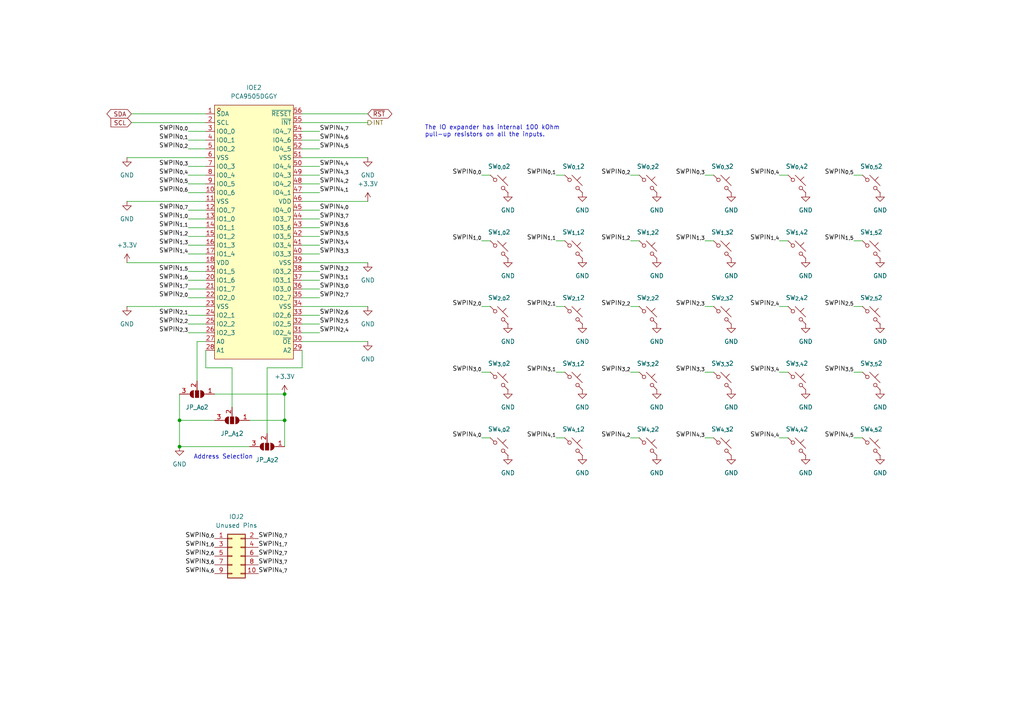
<source format=kicad_sch>
(kicad_sch (version 20250114) (generator "eeschema") (generator_version "9.0")
  (paper "A4")
  (title_block (title "Switches Right Half") (company "Jakub Hlusička"))
  (lib_symbols
    (symbol "Connector_Generic:Conn_02x05_Odd_Even" (pin_names (offset 1.016) (hide yes))
      (property "Reference" "J" (at 1.27 7.62 0))
      (property "Value" "Conn_02x05_Odd_Even" (at 1.27 -7.62 0))
      (symbol "Conn_02x05_Odd_Even_1_1"
        (rectangle (start -1.27 6.35) (end 3.81 -6.35) (stroke (width 0.254)) (fill (type background)))
        (rectangle (start -1.27 5.207) (end 0 4.953) (stroke (width 0.1524)))
        (rectangle (start -1.27 2.667) (end 0 2.413) (stroke (width 0.1524)))
        (rectangle (start -1.27 0.127) (end 0 -0.127) (stroke (width 0.1524)))
        (rectangle (start -1.27 -2.413) (end 0 -2.667) (stroke (width 0.1524)))
        (rectangle (start -1.27 -4.953) (end 0 -5.207) (stroke (width 0.1524)))
        (rectangle (start 3.81 5.207) (end 2.54 4.953) (stroke (width 0.1524)))
        (rectangle (start 3.81 2.667) (end 2.54 2.413) (stroke (width 0.1524)))
        (rectangle (start 3.81 0.127) (end 2.54 -0.127) (stroke (width 0.1524)))
        (rectangle (start 3.81 -2.413) (end 2.54 -2.667) (stroke (width 0.1524)))
        (rectangle (start 3.81 -4.953) (end 2.54 -5.207) (stroke (width 0.1524)))
        (pin passive line (at -5.08 5.08 0) (length 3.81) (name "Pin_1") (number "1"))
        (pin passive line (at -5.08 2.54 0) (length 3.81) (name "Pin_3") (number "3"))
        (pin passive line (at -5.08 0 0) (length 3.81) (name "Pin_5") (number "5"))
        (pin passive line (at -5.08 -2.54 0) (length 3.81) (name "Pin_7") (number "7"))
        (pin passive line (at -5.08 -5.08 0) (length 3.81) (name "Pin_9") (number "9"))
        (pin passive line (at 7.62 5.08 180) (length 3.81) (name "Pin_2") (number "2"))
        (pin passive line (at 7.62 2.54 180) (length 3.81) (name "Pin_4") (number "4"))
        (pin passive line (at 7.62 0 180) (length 3.81) (name "Pin_6") (number "6"))
        (pin passive line (at 7.62 -2.54 180) (length 3.81) (name "Pin_8") (number "8"))
        (pin passive line (at 7.62 -5.08 180) (length 3.81) (name "Pin_10") (number "10"))
      )
    )
    (symbol "Jumper:SolderJumper_3_Open" (pin_names (offset 0) (hide yes)) (in_bom no)
      (property "Reference" "JP" (at -2.54 -2.54 0))
      (property "Value" "SolderJumper_3_Open" (at 0 2.794 0))
      (symbol "SolderJumper_3_Open_0_1"
        (polyline (pts (xy -2.54 0) (xy -2.032 0)))
        (polyline (pts (xy -1.016 1.016) (xy -1.016 -1.016)))
        (arc (start -1.016 -1.016) (mid -2.0276 0) (end -1.016 1.016))
        (arc (start -1.016 -1.016) (mid -2.0276 0) (end -1.016 1.016) (fill (type outline)))
        (rectangle (start -0.508 1.016) (end 0.508 -1.016) (fill (type outline)))
        (polyline (pts (xy 0 -1.27) (xy 0 -1.016)))
        (arc (start 1.016 1.016) (mid 2.0276 0) (end 1.016 -1.016))
        (arc (start 1.016 1.016) (mid 2.0276 0) (end 1.016 -1.016) (fill (type outline)))
        (polyline (pts (xy 1.016 1.016) (xy 1.016 -1.016)))
        (polyline (pts (xy 2.54 0) (xy 2.032 0)))
      )
      (symbol "SolderJumper_3_Open_1_1"
        (pin passive line (at -5.08 0 0) (length 2.54) (name "A") (number "1"))
        (pin passive line (at 0 -3.81 90) (length 2.54) (name "C") (number "2"))
        (pin passive line (at 5.08 0 180) (length 2.54) (name "B") (number "3"))
      )
    )
    (symbol "Switch:SW_Push_45deg" (pin_numbers (hide yes)) (pin_names (offset 1.016) (hide yes))
      (property "Reference" "SW" (at 3.048 1.016 0))
      (property "Value" "SW_Push_45deg" (at 0 -3.81 0))
      (symbol "SW_Push_45deg_0_1"
        (polyline (pts (xy -2.54 2.54) (xy -1.524 1.524) (xy -1.524 1.524)))
        (circle (center -1.1684 1.1684) (radius 0.508))
        (polyline (pts (xy -0.508 2.54) (xy 2.54 -0.508)))
        (polyline (pts (xy 1.016 1.016) (xy 2.032 2.032)))
        (circle (center 1.143 -1.1938) (radius 0.508))
        (polyline (pts (xy 1.524 -1.524) (xy 2.54 -2.54) (xy 2.54 -2.54) (xy 2.54 -2.54)))
        (pin passive line (at -2.54 2.54 0) (length 0) (name "1") (number "1"))
        (pin passive line (at 2.54 -2.54 180) (length 0) (name "2") (number "2"))
      )
    )
    (symbol "easyeda2kicad:PCA9505DGGY"
      (property "Reference" "U" (at 0 39.37 0))
      (property "Value" "PCA9505DGGY" (at 0 -39.37 0))
      (symbol "PCA9505DGGY_0_1"
        (rectangle (start -11.43 36.83) (end 11.43 -36.83) (fill (type background)))
        (circle (center -10.16 35.56) (radius 0.38))
      )
      (symbol "PCA9505DGGY_1_1"
        (pin bidirectional line (at -13.97 34.29 0) (length 2.54) (name "SDA") (number "1"))
        (pin input line (at -13.97 31.75 0) (length 2.54) (name "SCL") (number "2"))
        (pin bidirectional line (at -13.97 29.21 0) (length 2.54) (name "IO0_0") (number "3"))
        (pin bidirectional line (at -13.97 26.67 0) (length 2.54) (name "IO0_1") (number "4"))
        (pin bidirectional line (at -13.97 24.13 0) (length 2.54) (name "IO0_2") (number "5"))
        (pin power_in line (at -13.97 21.59 0) (length 2.54) (name "VSS") (number "6"))
        (pin bidirectional line (at -13.97 19.05 0) (length 2.54) (name "IO0_3") (number "7"))
        (pin bidirectional line (at -13.97 16.51 0) (length 2.54) (name "IO0_4") (number "8"))
        (pin bidirectional line (at -13.97 13.97 0) (length 2.54) (name "IO0_5") (number "9"))
        (pin bidirectional line (at -13.97 11.43 0) (length 2.54) (name "IO0_6") (number "10"))
        (pin power_in line (at -13.97 8.89 0) (length 2.54) (name "VSS") (number "11"))
        (pin bidirectional line (at -13.97 6.35 0) (length 2.54) (name "IO0_7") (number "12"))
        (pin bidirectional line (at -13.97 3.81 0) (length 2.54) (name "IO1_0") (number "13"))
        (pin bidirectional line (at -13.97 1.27 0) (length 2.54) (name "IO1_1") (number "14"))
        (pin bidirectional line (at -13.97 -1.27 0) (length 2.54) (name "IO1_2") (number "15"))
        (pin bidirectional line (at -13.97 -3.81 0) (length 2.54) (name "IO1_3") (number "16"))
        (pin bidirectional line (at -13.97 -6.35 0) (length 2.54) (name "IO1_4") (number "17"))
        (pin power_in line (at -13.97 -8.89 0) (length 2.54) (name "VDD") (number "18"))
        (pin bidirectional line (at -13.97 -11.43 0) (length 2.54) (name "IO1_5") (number "19"))
        (pin bidirectional line (at -13.97 -13.97 0) (length 2.54) (name "IO1_6") (number "20"))
        (pin bidirectional line (at -13.97 -16.51 0) (length 2.54) (name "IO1_7") (number "21"))
        (pin bidirectional line (at -13.97 -19.05 0) (length 2.54) (name "IO2_0") (number "22"))
        (pin power_in line (at -13.97 -21.59 0) (length 2.54) (name "VSS") (number "23"))
        (pin bidirectional line (at -13.97 -24.13 0) (length 2.54) (name "IO2_1") (number "24"))
        (pin bidirectional line (at -13.97 -26.67 0) (length 2.54) (name "IO2_2") (number "25"))
        (pin bidirectional line (at -13.97 -29.21 0) (length 2.54) (name "IO2_3") (number "26"))
        (pin input line (at -13.97 -31.75 0) (length 2.54) (name "A0") (number "27"))
        (pin input line (at -13.97 -34.29 0) (length 2.54) (name "A1") (number "28"))
        (pin input line (at 13.97 34.29 180) (length 2.54) (name "~{RESET}") (number "56"))
        (pin open_collector line (at 13.97 31.75 180) (length 2.54) (name "~{INT}") (number "55"))
        (pin bidirectional line (at 13.97 29.21 180) (length 2.54) (name "IO4_7") (number "54"))
        (pin bidirectional line (at 13.97 26.67 180) (length 2.54) (name "IO4_6") (number "53"))
        (pin bidirectional line (at 13.97 24.13 180) (length 2.54) (name "IO4_5") (number "52"))
        (pin power_in line (at 13.97 21.59 180) (length 2.54) (name "VSS") (number "51"))
        (pin bidirectional line (at 13.97 19.05 180) (length 2.54) (name "IO4_4") (number "50"))
        (pin bidirectional line (at 13.97 16.51 180) (length 2.54) (name "IO4_3") (number "49"))
        (pin bidirectional line (at 13.97 13.97 180) (length 2.54) (name "IO4_2") (number "48"))
        (pin bidirectional line (at 13.97 11.43 180) (length 2.54) (name "IO4_1") (number "47"))
        (pin power_in line (at 13.97 8.89 180) (length 2.54) (name "VDD") (number "46"))
        (pin bidirectional line (at 13.97 6.35 180) (length 2.54) (name "IO4_0") (number "45"))
        (pin bidirectional line (at 13.97 3.81 180) (length 2.54) (name "IO3_7") (number "44"))
        (pin bidirectional line (at 13.97 1.27 180) (length 2.54) (name "IO3_6") (number "43"))
        (pin bidirectional line (at 13.97 -1.27 180) (length 2.54) (name "IO3_5") (number "42"))
        (pin bidirectional line (at 13.97 -3.81 180) (length 2.54) (name "IO3_4") (number "41"))
        (pin bidirectional line (at 13.97 -6.35 180) (length 2.54) (name "IO3_3") (number "40"))
        (pin power_in line (at 13.97 -8.89 180) (length 2.54) (name "VSS") (number "39"))
        (pin bidirectional line (at 13.97 -11.43 180) (length 2.54) (name "IO3_2") (number "38"))
        (pin bidirectional line (at 13.97 -13.97 180) (length 2.54) (name "IO3_1") (number "37"))
        (pin bidirectional line (at 13.97 -16.51 180) (length 2.54) (name "IO3_0") (number "36"))
        (pin bidirectional line (at 13.97 -19.05 180) (length 2.54) (name "IO2_7") (number "35"))
        (pin power_in line (at 13.97 -21.59 180) (length 2.54) (name "VSS") (number "34"))
        (pin bidirectional line (at 13.97 -24.13 180) (length 2.54) (name "IO2_6") (number "33"))
        (pin bidirectional line (at 13.97 -26.67 180) (length 2.54) (name "IO2_5") (number "32"))
        (pin bidirectional line (at 13.97 -29.21 180) (length 2.54) (name "IO2_4") (number "31"))
        (pin input line (at 13.97 -31.75 180) (length 2.54) (name "~{OE}") (number "30"))
        (pin input line (at 13.97 -34.29 180) (length 2.54) (name "A2") (number "29"))
      )
    )
    (symbol "power:+3.3V" (power) (pin_numbers (hide yes)) (pin_names (offset 0) (hide yes))
      (property "Value" "+3.3V" (at 0 3.556 0))
      (symbol "+3.3V_0_1"
        (polyline (pts (xy -0.762 1.27) (xy 0 2.54)))
        (polyline (pts (xy 0 2.54) (xy 0.762 1.27)))
        (polyline (pts (xy 0 0) (xy 0 2.54)))
      )
      (symbol "+3.3V_1_1"
        (pin power_in line (at 0 0 90) (length 0) (name "~") (number "1"))
      )
    )
    (symbol "power:GND" (power) (pin_numbers (hide yes)) (pin_names (offset 0) (hide yes))
      (property "Value" "GND" (at 0 -3.81 0))
      (symbol "GND_0_1"
        (polyline (pts (xy 0 0) (xy 0 -1.27) (xy 1.27 -1.27) (xy 0 -2.54) (xy -1.27 -1.27) (xy 0 -1.27)))
      )
      (symbol "GND_1_1"
        (pin power_in line (at 0 0 270) (length 0) (name "~") (number "1"))
      )
    )
  )
  (text "Address Selection" (at 64.77 132.588 0) (effects (font (size 1.27 1.27))))
  (text "The IO expander has internal 100 kOhm\npull-up resistors on all the inputs." (at 123.19 38.1 0) (effects (font (size 1.27 1.27)) (justify left)))
  (junction (at 82.55 121.92))
  (junction (at 52.07 129.54))
  (junction (at 52.07 121.92))
  (junction (at 82.55 114.3))
  (wire (pts (xy 106.68 99.06) (xy 87.63 99.06)))
  (wire (pts (xy 54.61 38.1) (xy 59.69 38.1)))
  (wire (pts (xy 182.88 88.9) (xy 185.42 88.9)))
  (wire (pts (xy 92.71 40.64) (xy 87.63 40.64)))
  (wire (pts (xy 54.61 60.96) (xy 59.69 60.96)))
  (wire (pts (xy 54.61 43.18) (xy 59.69 43.18)))
  (wire (pts (xy 54.61 73.66) (xy 59.69 73.66)))
  (wire (pts (xy 87.63 101.6) (xy 87.63 106.68)))
  (wire (pts (xy 139.7 88.9) (xy 142.24 88.9)))
  (wire (pts (xy 92.71 73.66) (xy 87.63 73.66)))
  (wire (pts (xy 92.71 63.5) (xy 87.63 63.5)))
  (wire (pts (xy 182.88 69.85) (xy 185.42 69.85)))
  (wire (pts (xy 139.7 127) (xy 142.24 127)))
  (wire (pts (xy 92.71 38.1) (xy 87.63 38.1)))
  (wire (pts (xy 54.61 68.58) (xy 59.69 68.58)))
  (wire (pts (xy 62.23 114.3) (xy 82.55 114.3)))
  (wire (pts (xy 92.71 50.8) (xy 87.63 50.8)))
  (wire (pts (xy 92.71 81.28) (xy 87.63 81.28)))
  (wire (pts (xy 87.63 35.56) (xy 106.68 35.56)))
  (wire (pts (xy 36.83 76.2) (xy 59.69 76.2)))
  (wire (pts (xy 226.06 88.9) (xy 228.6 88.9)))
  (wire (pts (xy 77.47 125.73) (xy 77.47 106.68)))
  (wire (pts (xy 38.1 33.02) (xy 59.69 33.02)))
  (wire (pts (xy 54.61 66.04) (xy 59.69 66.04)))
  (wire (pts (xy 67.31 106.68) (xy 67.31 118.11)))
  (wire (pts (xy 92.71 86.36) (xy 87.63 86.36)))
  (wire (pts (xy 92.71 68.58) (xy 87.63 68.58)))
  (wire (pts (xy 204.47 107.95) (xy 207.01 107.95)))
  (wire (pts (xy 92.71 71.12) (xy 87.63 71.12)))
  (wire (pts (xy 38.1 35.56) (xy 59.69 35.56)))
  (wire (pts (xy 72.39 121.92) (xy 82.55 121.92)))
  (wire (pts (xy 161.29 50.8) (xy 163.83 50.8)))
  (wire (pts (xy 52.07 114.3) (xy 52.07 121.92)))
  (wire (pts (xy 226.06 50.8) (xy 228.6 50.8)))
  (wire (pts (xy 92.71 93.98) (xy 87.63 93.98)))
  (wire (pts (xy 87.63 33.02) (xy 106.68 33.02)))
  (wire (pts (xy 54.61 91.44) (xy 59.69 91.44)))
  (wire (pts (xy 226.06 107.95) (xy 228.6 107.95)))
  (wire (pts (xy 92.71 83.82) (xy 87.63 83.82)))
  (wire (pts (xy 87.63 45.72) (xy 106.68 45.72)))
  (wire (pts (xy 92.71 43.18) (xy 87.63 43.18)))
  (wire (pts (xy 247.65 88.9) (xy 250.19 88.9)))
  (wire (pts (xy 59.69 106.68) (xy 67.31 106.68)))
  (wire (pts (xy 54.61 71.12) (xy 59.69 71.12)))
  (wire (pts (xy 247.65 127) (xy 250.19 127)))
  (wire (pts (xy 52.07 129.54) (xy 72.39 129.54)))
  (wire (pts (xy 54.61 78.74) (xy 59.69 78.74)))
  (wire (pts (xy 54.61 40.64) (xy 59.69 40.64)))
  (wire (pts (xy 204.47 50.8) (xy 207.01 50.8)))
  (wire (pts (xy 54.61 48.26) (xy 59.69 48.26)))
  (wire (pts (xy 182.88 50.8) (xy 185.42 50.8)))
  (wire (pts (xy 139.7 50.8) (xy 142.24 50.8)))
  (wire (pts (xy 87.63 76.2) (xy 106.68 76.2)))
  (wire (pts (xy 247.65 69.85) (xy 250.19 69.85)))
  (wire (pts (xy 247.65 50.8) (xy 250.19 50.8)))
  (wire (pts (xy 52.07 121.92) (xy 52.07 129.54)))
  (wire (pts (xy 139.7 107.95) (xy 142.24 107.95)))
  (wire (pts (xy 161.29 88.9) (xy 163.83 88.9)))
  (wire (pts (xy 92.71 60.96) (xy 87.63 60.96)))
  (wire (pts (xy 54.61 63.5) (xy 59.69 63.5)))
  (wire (pts (xy 226.06 69.85) (xy 228.6 69.85)))
  (wire (pts (xy 82.55 114.3) (xy 82.55 121.92)))
  (wire (pts (xy 54.61 93.98) (xy 59.69 93.98)))
  (wire (pts (xy 182.88 127) (xy 185.42 127)))
  (wire (pts (xy 77.47 106.68) (xy 87.63 106.68)))
  (wire (pts (xy 87.63 88.9) (xy 106.68 88.9)))
  (wire (pts (xy 204.47 127) (xy 207.01 127)))
  (wire (pts (xy 59.69 101.6) (xy 59.69 106.68)))
  (wire (pts (xy 87.63 58.42) (xy 106.68 58.42)))
  (wire (pts (xy 36.83 58.42) (xy 59.69 58.42)))
  (wire (pts (xy 226.06 127) (xy 228.6 127)))
  (wire (pts (xy 161.29 107.95) (xy 163.83 107.95)))
  (wire (pts (xy 36.83 45.72) (xy 59.69 45.72)))
  (wire (pts (xy 54.61 96.52) (xy 59.69 96.52)))
  (wire (pts (xy 54.61 83.82) (xy 59.69 83.82)))
  (wire (pts (xy 139.7 69.85) (xy 142.24 69.85)))
  (wire (pts (xy 182.88 107.95) (xy 185.42 107.95)))
  (wire (pts (xy 92.71 91.44) (xy 87.63 91.44)))
  (wire (pts (xy 92.71 66.04) (xy 87.63 66.04)))
  (wire (pts (xy 92.71 55.88) (xy 87.63 55.88)))
  (wire (pts (xy 36.83 88.9) (xy 59.69 88.9)))
  (wire (pts (xy 161.29 69.85) (xy 163.83 69.85)))
  (wire (pts (xy 54.61 86.36) (xy 59.69 86.36)))
  (wire (pts (xy 59.69 99.06) (xy 57.15 99.06)))
  (wire (pts (xy 52.07 121.92) (xy 62.23 121.92)))
  (wire (pts (xy 92.71 53.34) (xy 87.63 53.34)))
  (wire (pts (xy 82.55 121.92) (xy 82.55 129.54)))
  (wire (pts (xy 204.47 69.85) (xy 207.01 69.85)))
  (wire (pts (xy 161.29 127) (xy 163.83 127)))
  (wire (pts (xy 247.65 107.95) (xy 250.19 107.95)))
  (wire (pts (xy 57.15 99.06) (xy 57.15 110.49)))
  (wire (pts (xy 54.61 50.8) (xy 59.69 50.8)))
  (wire (pts (xy 92.71 78.74) (xy 87.63 78.74)))
  (wire (pts (xy 54.61 53.34) (xy 59.69 53.34)))
  (wire (pts (xy 204.47 88.9) (xy 207.01 88.9)))
  (wire (pts (xy 54.61 55.88) (xy 59.69 55.88)))
  (wire (pts (xy 92.71 48.26) (xy 87.63 48.26)))
  (wire (pts (xy 54.61 81.28) (xy 59.69 81.28)))
  (wire (pts (xy 92.71 96.52) (xy 87.63 96.52)))
  (label "SWPIN_{3,1}" (at 161.29 107.95 180))
  (label "SWPIN_{0,3}" (at 204.47 50.8 180))
  (label "SWPIN_{3,2}" (at 92.71 78.74 0))
  (label "SWPIN_{0,7}" (at 74.93 156.21 0))
  (label "SWPIN_{4,5}" (at 247.65 127 180))
  (label "SWPIN_{4,6}" (at 62.23 166.37 180))
  (label "SWPIN_{2,7}" (at 92.71 86.36 0))
  (label "SWPIN_{2,1}" (at 54.61 91.44 180))
  (label "SWPIN_{2,7}" (at 74.93 161.29 0))
  (label "SWPIN_{3,5}" (at 247.65 107.95 180))
  (label "SWPIN_{2,4}" (at 226.06 88.9 180))
  (label "SWPIN_{0,6}" (at 54.61 55.88 180))
  (label "SWPIN_{4,4}" (at 226.06 127 180))
  (label "SWPIN_{3,0}" (at 92.71 83.82 0))
  (label "SWPIN_{0,2}" (at 182.88 50.8 180))
  (label "SWPIN_{1,1}" (at 54.61 66.04 180))
  (label "SWPIN_{4,2}" (at 182.88 127 180))
  (label "SWPIN_{2,2}" (at 54.61 93.98 180))
  (label "SWPIN_{3,3}" (at 92.71 73.66 0))
  (label "SWPIN_{1,4}" (at 54.61 73.66 180))
  (label "SWPIN_{4,6}" (at 92.71 40.64 0))
  (label "SWPIN_{2,0}" (at 54.61 86.36 180))
  (label "SWPIN_{1,7}" (at 74.93 158.75 0))
  (label "SWPIN_{0,6}" (at 62.23 156.21 180))
  (label "SWPIN_{1,1}" (at 161.29 69.85 180))
  (label "SWPIN_{1,6}" (at 54.61 81.28 180))
  (label "SWPIN_{1,2}" (at 182.88 69.85 180))
  (label "SWPIN_{4,7}" (at 74.93 166.37 0))
  (label "SWPIN_{0,3}" (at 54.61 48.26 180))
  (label "SWPIN_{2,3}" (at 204.47 88.9 180))
  (label "SWPIN_{0,0}" (at 139.7 50.8 180))
  (label "SWPIN_{3,0}" (at 139.7 107.95 180))
  (label "SWPIN_{3,3}" (at 204.47 107.95 180))
  (label "SWPIN_{0,1}" (at 54.61 40.64 180))
  (label "SWPIN_{3,7}" (at 74.93 163.83 0))
  (label "SWPIN_{2,2}" (at 182.88 88.9 180))
  (label "SWPIN_{0,4}" (at 226.06 50.8 180))
  (label "SWPIN_{0,5}" (at 54.61 53.34 180))
  (label "SWPIN_{0,1}" (at 161.29 50.8 180))
  (label "SWPIN_{2,6}" (at 92.71 91.44 0))
  (label "SWPIN_{4,0}" (at 92.71 60.96 0))
  (label "SWPIN_{1,4}" (at 226.06 69.85 180))
  (label "SWPIN_{1,3}" (at 54.61 71.12 180))
  (label "SWPIN_{1,2}" (at 54.61 68.58 180))
  (label "SWPIN_{3,4}" (at 92.71 71.12 0))
  (label "SWPIN_{4,3}" (at 204.47 127 180))
  (label "SWPIN_{4,3}" (at 92.71 50.8 0))
  (label "SWPIN_{2,0}" (at 139.7 88.9 180))
  (label "SWPIN_{1,5}" (at 247.65 69.85 180))
  (label "SWPIN_{2,5}" (at 92.71 93.98 0))
  (label "SWPIN_{3,1}" (at 92.71 81.28 0))
  (label "SWPIN_{3,5}" (at 92.71 68.58 0))
  (label "SWPIN_{4,1}" (at 92.71 55.88 0))
  (label "SWPIN_{3,2}" (at 182.88 107.95 180))
  (label "SWPIN_{2,5}" (at 247.65 88.9 180))
  (label "SWPIN_{1,3}" (at 204.47 69.85 180))
  (label "SWPIN_{4,1}" (at 161.29 127 180))
  (label "SWPIN_{3,4}" (at 226.06 107.95 180))
  (label "SWPIN_{2,4}" (at 92.71 96.52 0))
  (label "SWPIN_{2,3}" (at 54.61 96.52 180))
  (label "SWPIN_{1,6}" (at 62.23 158.75 180))
  (label "SWPIN_{4,4}" (at 92.71 48.26 0))
  (label "SWPIN_{3,6}" (at 92.71 66.04 0))
  (label "SWPIN_{3,6}" (at 62.23 163.83 180))
  (label "SWPIN_{4,2}" (at 92.71 53.34 0))
  (label "SWPIN_{2,1}" (at 161.29 88.9 180))
  (label "SWPIN_{1,0}" (at 139.7 69.85 180))
  (label "SWPIN_{0,5}" (at 247.65 50.8 180))
  (label "SWPIN_{0,7}" (at 54.61 60.96 180))
  (label "SWPIN_{4,7}" (at 92.71 38.1 0))
  (label "SWPIN_{1,0}" (at 54.61 63.5 180))
  (label "SWPIN_{0,2}" (at 54.61 43.18 180))
  (label "SWPIN_{4,0}" (at 139.7 127 180))
  (label "SWPIN_{0,4}" (at 54.61 50.8 180))
  (label "SWPIN_{3,7}" (at 92.71 63.5 0))
  (label "SWPIN_{0,0}" (at 54.61 38.1 180))
  (label "SWPIN_{1,5}" (at 54.61 78.74 180))
  (label "SWPIN_{1,7}" (at 54.61 83.82 180))
  (label "SWPIN_{2,6}" (at 62.23 161.29 180))
  (label "SWPIN_{4,5}" (at 92.71 43.18 0))
  (global_label "SCL" (shape input) (at 38.1 35.56 180) (property "Intersheetrefs" "${INTERSHEET_REFS}" (effects (hide yes))))
  (global_label "SDA" (shape bidirectional) (at 38.1 33.02 180) (property "Intersheetrefs" "${INTERSHEET_REFS}" (effects (hide yes))))
  (global_label "~{RST}" (shape bidirectional) (at 106.68 33.02 0) (property "Intersheetrefs" "${INTERSHEET_REFS}" (effects (hide yes))))
  (hierarchical_label "INT" (shape output) (at 106.68 35.56 0))
  (symbol (lib_id "power:GND") (at 212.09 93.98 0) (unit 1)
    (property "Reference" "#PWR077" (effects (hide yes)))
    (property "Value" "GND" (at 212.09 99.06 0))
    (property "Description" "Power symbol creates a global label with name \"GND\" , ground" (effects (hide yes)))
    (instances (project "acid" (path "" (reference "#PWR032") (unit 1)) (path "" (reference "#PWR077") (unit 1))))
  )
  (symbol (lib_id "Switch:SW_Push_45deg") (at 187.96 129.54 0) (unit 1)
    (property "Reference" "SW_{4,2}1" (at 187.96 124.46 0))
    (property "Value" "SW_Push_45deg" (effects (hide yes)))
    (property "Description" "Push button switch, normally open, two pins, 45° tilted" (effects (hide yes)))
    (instances (project "acid" (path "" (reference "SW_{4,2}2") (unit 1)) (path "" (reference "SW_{4,2}1") (unit 1))))
  )
  (symbol (lib_id "power:GND") (at 255.27 113.03 0) (unit 1)
    (property "Reference" "#PWR088" (effects (hide yes)))
    (property "Value" "GND" (at 255.27 118.11 0))
    (property "Description" "Power symbol creates a global label with name \"GND\" , ground" (effects (hide yes)))
    (instances (project "acid" (path "" (reference "#PWR040") (unit 1)) (path "" (reference "#PWR088") (unit 1))))
  )
  (symbol (lib_id "Switch:SW_Push_45deg") (at 231.14 53.34 0) (unit 1)
    (property "Reference" "SW_{0,4}1" (at 231.14 48.26 0))
    (property "Value" "SW_Push_45deg" (effects (hide yes)))
    (property "Description" "Push button switch, normally open, two pins, 45° tilted" (effects (hide yes)))
    (instances (project "acid" (path "" (reference "SW_{0,4}2") (unit 1)) (path "" (reference "SW_{0,4}1") (unit 1))))
  )
  (symbol (lib_id "power:GND") (at 190.5 132.08 0) (unit 1)
    (property "Reference" "#PWR074" (effects (hide yes)))
    (property "Value" "GND" (at 190.5 137.16 0))
    (property "Description" "Power symbol creates a global label with name \"GND\" , ground" (effects (hide yes)))
    (instances (project "acid" (path "" (reference "#PWR043") (unit 1)) (path "" (reference "#PWR074") (unit 1))))
  )
  (symbol (lib_id "power:GND") (at 190.5 55.88 0) (unit 1)
    (property "Reference" "#PWR070" (effects (hide yes)))
    (property "Value" "GND" (at 190.5 60.96 0))
    (property "Description" "Power symbol creates a global label with name \"GND\" , ground" (effects (hide yes)))
    (instances (project "acid" (path "" (reference "#PWR019") (unit 1)) (path "" (reference "#PWR070") (unit 1))))
  )
  (symbol (lib_id "Switch:SW_Push_45deg") (at 209.55 53.34 0) (unit 1)
    (property "Reference" "SW_{0,3}1" (at 209.55 48.26 0))
    (property "Value" "SW_Push_45deg" (effects (hide yes)))
    (property "Description" "Push button switch, normally open, two pins, 45° tilted" (effects (hide yes)))
    (instances (project "acid" (path "" (reference "SW_{0,3}2") (unit 1)) (path "" (reference "SW_{0,3}1") (unit 1))))
  )
  (symbol (lib_id "Switch:SW_Push_45deg") (at 166.37 110.49 0) (unit 1)
    (property "Reference" "SW_{3,1}1" (at 166.37 105.41 0))
    (property "Value" "SW_Push_45deg" (effects (hide yes)))
    (property "Description" "Push button switch, normally open, two pins, 45° tilted" (effects (hide yes)))
    (instances (project "acid" (path "" (reference "SW_{3,1}2") (unit 1)) (path "" (reference "SW_{3,1}1") (unit 1))))
  )
  (symbol (lib_id "power:GND") (at 106.68 45.72 0) (unit 1)
    (property "Reference" "#PWR055" (effects (hide yes)))
    (property "Value" "GND" (at 106.68 50.8 0))
    (property "Description" "Power symbol creates a global label with name \"GND\" , ground" (effects (hide yes)))
    (instances (project "acid" (path "" (reference "#PWR015") (unit 1)) (path "" (reference "#PWR055") (unit 1))))
  )
  (symbol (lib_id "Switch:SW_Push_45deg") (at 231.14 110.49 0) (unit 1)
    (property "Reference" "SW_{3,4}1" (at 231.14 105.41 0))
    (property "Value" "SW_Push_45deg" (effects (hide yes)))
    (property "Description" "Push button switch, normally open, two pins, 45° tilted" (effects (hide yes)))
    (instances (project "acid" (path "" (reference "SW_{3,4}2") (unit 1)) (path "" (reference "SW_{3,4}1") (unit 1))))
  )
  (symbol (lib_id "power:GND") (at 255.27 93.98 0) (unit 1)
    (property "Reference" "#PWR087" (effects (hide yes)))
    (property "Value" "GND" (at 255.27 99.06 0))
    (property "Description" "Power symbol creates a global label with name \"GND\" , ground" (effects (hide yes)))
    (instances (project "acid" (path "" (reference "#PWR034") (unit 1)) (path "" (reference "#PWR087") (unit 1))))
  )
  (symbol (lib_id "power:GND") (at 190.5 113.03 0) (unit 1)
    (property "Reference" "#PWR073" (effects (hide yes)))
    (property "Value" "GND" (at 190.5 118.11 0))
    (property "Description" "Power symbol creates a global label with name \"GND\" , ground" (effects (hide yes)))
    (instances (project "acid" (path "" (reference "#PWR037") (unit 1)) (path "" (reference "#PWR073") (unit 1))))
  )
  (symbol (lib_id "Switch:SW_Push_45deg") (at 166.37 53.34 0) (unit 1)
    (property "Reference" "SW_{0,1}1" (at 166.37 48.26 0))
    (property "Value" "SW_Push_45deg" (effects (hide yes)))
    (property "Description" "Push button switch, normally open, two pins, 45° tilted" (effects (hide yes)))
    (instances (project "acid" (path "" (reference "SW_{0,1}2") (unit 1)) (path "" (reference "SW_{0,1}1") (unit 1))))
  )
  (symbol (lib_id "power:GND") (at 168.91 55.88 0) (unit 1)
    (property "Reference" "#PWR065" (effects (hide yes)))
    (property "Value" "GND" (at 168.91 60.96 0))
    (property "Description" "Power symbol creates a global label with name \"GND\" , ground" (effects (hide yes)))
    (instances (project "acid" (path "" (reference "#PWR018") (unit 1)) (path "" (reference "#PWR065") (unit 1))))
  )
  (symbol (lib_id "Switch:SW_Push_45deg") (at 166.37 129.54 0) (unit 1)
    (property "Reference" "SW_{4,1}1" (at 166.37 124.46 0))
    (property "Value" "SW_Push_45deg" (effects (hide yes)))
    (property "Description" "Push button switch, normally open, two pins, 45° tilted" (effects (hide yes)))
    (instances (project "acid" (path "" (reference "SW_{4,1}2") (unit 1)) (path "" (reference "SW_{4,1}1") (unit 1))))
  )
  (symbol (lib_id "Switch:SW_Push_45deg") (at 231.14 91.44 0) (unit 1)
    (property "Reference" "SW_{2,4}1" (at 231.14 86.36 0))
    (property "Value" "SW_Push_45deg" (effects (hide yes)))
    (property "Description" "Push button switch, normally open, two pins, 45° tilted" (effects (hide yes)))
    (instances (project "acid" (path "" (reference "SW_{2,4}2") (unit 1)) (path "" (reference "SW_{2,4}1") (unit 1))))
  )
  (symbol (lib_id "power:GND") (at 212.09 74.93 0) (unit 1)
    (property "Reference" "#PWR076" (effects (hide yes)))
    (property "Value" "GND" (at 212.09 80.01 0))
    (property "Description" "Power symbol creates a global label with name \"GND\" , ground" (effects (hide yes)))
    (instances (project "acid" (path "" (reference "#PWR026") (unit 1)) (path "" (reference "#PWR076") (unit 1))))
  )
  (symbol (lib_id "power:GND") (at 106.68 76.2 0) (unit 1)
    (property "Reference" "#PWR057" (effects (hide yes)))
    (property "Value" "GND" (at 106.68 81.28 0))
    (property "Description" "Power symbol creates a global label with name \"GND\" , ground" (effects (hide yes)))
    (instances (project "acid" (path "" (reference "#PWR014") (unit 1)) (path "" (reference "#PWR057") (unit 1))))
  )
  (symbol (lib_id "power:GND") (at 212.09 132.08 0) (unit 1)
    (property "Reference" "#PWR079" (effects (hide yes)))
    (property "Value" "GND" (at 212.09 137.16 0))
    (property "Description" "Power symbol creates a global label with name \"GND\" , ground" (effects (hide yes)))
    (instances (project "acid" (path "" (reference "#PWR044") (unit 1)) (path "" (reference "#PWR079") (unit 1))))
  )
  (symbol (lib_id "power:GND") (at 255.27 74.93 0) (unit 1)
    (property "Reference" "#PWR086" (effects (hide yes)))
    (property "Value" "GND" (at 255.27 80.01 0))
    (property "Description" "Power symbol creates a global label with name \"GND\" , ground" (effects (hide yes)))
    (instances (project "acid" (path "" (reference "#PWR028") (unit 1)) (path "" (reference "#PWR086") (unit 1))))
  )
  (symbol (lib_id "power:GND") (at 106.68 88.9 0) (unit 1)
    (property "Reference" "#PWR058" (effects (hide yes)))
    (property "Value" "GND" (at 106.68 93.98 0))
    (property "Description" "Power symbol creates a global label with name \"GND\" , ground" (effects (hide yes)))
    (instances (project "acid" (path "" (reference "#PWR013") (unit 1)) (path "" (reference "#PWR058") (unit 1))))
  )
  (symbol (lib_id "Switch:SW_Push_45deg") (at 252.73 110.49 0) (unit 1)
    (property "Reference" "SW_{3,5}1" (at 252.73 105.41 0))
    (property "Value" "SW_Push_45deg" (effects (hide yes)))
    (property "Description" "Push button switch, normally open, two pins, 45° tilted" (effects (hide yes)))
    (instances (project "acid" (path "" (reference "SW_{3,5}2") (unit 1)) (path "" (reference "SW_{3,5}1") (unit 1))))
  )
  (symbol (lib_id "power:GND") (at 212.09 55.88 0) (unit 1)
    (property "Reference" "#PWR075" (effects (hide yes)))
    (property "Value" "GND" (at 212.09 60.96 0))
    (property "Description" "Power symbol creates a global label with name \"GND\" , ground" (effects (hide yes)))
    (instances (project "acid" (path "" (reference "#PWR020") (unit 1)) (path "" (reference "#PWR075") (unit 1))))
  )
  (symbol (lib_id "power:GND") (at 36.83 58.42 0) (unit 1)
    (property "Reference" "#PWR049" (effects (hide yes)))
    (property "Value" "GND" (at 36.83 63.5 0))
    (property "Description" "Power symbol creates a global label with name \"GND\" , ground" (effects (hide yes)))
    (instances (project "acid" (path "" (reference "#PWR011") (unit 1)) (path "" (reference "#PWR049") (unit 1))))
  )
  (symbol (lib_id "Switch:SW_Push_45deg") (at 209.55 129.54 0) (unit 1)
    (property "Reference" "SW_{4,3}1" (at 209.55 124.46 0))
    (property "Value" "SW_Push_45deg" (effects (hide yes)))
    (property "Description" "Push button switch, normally open, two pins, 45° tilted" (effects (hide yes)))
    (instances (project "acid" (path "" (reference "SW_{4,3}2") (unit 1)) (path "" (reference "SW_{4,3}1") (unit 1))))
  )
  (symbol (lib_id "power:GND") (at 36.83 45.72 0) (unit 1)
    (property "Reference" "#PWR048" (effects (hide yes)))
    (property "Value" "GND" (at 36.83 50.8 0))
    (property "Description" "Power symbol creates a global label with name \"GND\" , ground" (effects (hide yes)))
    (instances (project "" (path "" (reference "#PWR0109") (unit 1)) (path "" (reference "#PWR048") (unit 1))))
  )
  (symbol (lib_id "power:GND") (at 106.68 99.06 0) (unit 1)
    (property "Reference" "#PWR059" (effects (hide yes)))
    (property "Value" "GND" (at 106.68 104.14 0))
    (property "Description" "Power symbol creates a global label with name \"GND\" , ground" (effects (hide yes)))
    (instances (project "acid" (path "" (reference "#PWR047") (unit 1)) (path "" (reference "#PWR059") (unit 1))))
  )
  (symbol (lib_id "power:GND") (at 147.32 74.93 0) (unit 1)
    (property "Reference" "#PWR061" (effects (hide yes)))
    (property "Value" "GND" (at 147.32 80.01 0))
    (property "Description" "Power symbol creates a global label with name \"GND\" , ground" (effects (hide yes)))
    (instances (project "acid" (path "" (reference "#PWR023") (unit 1)) (path "" (reference "#PWR061") (unit 1))))
  )
  (symbol (lib_id "Switch:SW_Push_45deg") (at 187.96 53.34 0) (unit 1)
    (property "Reference" "SW_{0,2}1" (at 187.96 48.26 0))
    (property "Value" "SW_Push_45deg" (effects (hide yes)))
    (property "Description" "Push button switch, normally open, two pins, 45° tilted" (effects (hide yes)))
    (instances (project "acid" (path "" (reference "SW_{0,2}2") (unit 1)) (path "" (reference "SW_{0,2}1") (unit 1))))
  )
  (symbol (lib_id "power:+3.3V") (at 106.68 58.42 0) (unit 1)
    (property "Reference" "#PWR056" (effects (hide yes)))
    (property "Value" "+3.3V" (at 106.68 53.34 0))
    (property "Description" "Power symbol creates a global label with name \"+3.3V\"" (effects (hide yes)))
    (instances (project "acid" (path "" (reference "#PWR017") (unit 1)) (path "" (reference "#PWR056") (unit 1))))
  )
  (symbol (lib_id "Switch:SW_Push_45deg") (at 209.55 72.39 0) (unit 1)
    (property "Reference" "SW_{1,3}1" (at 209.55 67.31 0))
    (property "Value" "SW_Push_45deg" (effects (hide yes)))
    (property "Description" "Push button switch, normally open, two pins, 45° tilted" (effects (hide yes)))
    (instances (project "acid" (path "" (reference "SW_{1,3}2") (unit 1)) (path "" (reference "SW_{1,3}1") (unit 1))))
  )
  (symbol (lib_id "power:GND") (at 147.32 55.88 0) (unit 1)
    (property "Reference" "#PWR060" (effects (hide yes)))
    (property "Value" "GND" (at 147.32 60.96 0))
    (property "Description" "Power symbol creates a global label with name \"GND\" , ground" (effects (hide yes)))
    (instances (project "" (path "" (reference "#PWR0107") (unit 1)) (path "" (reference "#PWR060") (unit 1))))
  )
  (symbol (lib_id "power:+3.3V") (at 82.55 114.3 0) (unit 1)
    (property "Reference" "#PWR053" (effects (hide yes)))
    (property "Value" "+3.3V" (at 82.55 109.22 0))
    (property "Description" "Power symbol creates a global label with name \"+3.3V\"" (effects (hide yes)))
    (instances (project "" (path "" (reference "#PWR0104") (unit 1)) (path "" (reference "#PWR053") (unit 1))))
  )
  (symbol (lib_id "Switch:SW_Push_45deg") (at 209.55 91.44 0) (unit 1)
    (property "Reference" "SW_{2,3}1" (at 209.55 86.36 0))
    (property "Value" "SW_Push_45deg" (effects (hide yes)))
    (property "Description" "Push button switch, normally open, two pins, 45° tilted" (effects (hide yes)))
    (instances (project "acid" (path "" (reference "SW_{2,3}2") (unit 1)) (path "" (reference "SW_{2,3}1") (unit 1))))
  )
  (symbol (lib_id "Switch:SW_Push_45deg") (at 144.78 91.44 0) (unit 1)
    (property "Reference" "SW_{2,0}1" (at 144.78 86.36 0))
    (property "Value" "SW_Push_45deg" (effects (hide yes)))
    (property "Description" "Push button switch, normally open, two pins, 45° tilted" (effects (hide yes)))
    (instances (project "acid" (path "" (reference "SW_{2,0}2") (unit 1)) (path "" (reference "SW_{2,0}1") (unit 1))))
  )
  (symbol (lib_id "easyeda2kicad:PCA9505DGGY") (at 73.66 67.31 0) (unit 1)
    (property "Reference" "IOE1" (at 73.66 25.4 0))
    (property "Value" "PCA9505DGGY" (at 73.66 27.94 0))
    (property "Footprint" "easyeda2kicad:TSSOP-56_L14.0-W6.1-P0.50-LS8.1-BL" (effects (hide yes)))
    (property "LCSC Part" "C3194497" (effects (hide yes)))
    (instances (project "" (path "" (reference "IOE2") (unit 1)) (path "" (reference "IOE1") (unit 1))))
  )
  (symbol (lib_id "power:GND") (at 168.91 93.98 0) (unit 1)
    (property "Reference" "#PWR067" (effects (hide yes)))
    (property "Value" "GND" (at 168.91 99.06 0))
    (property "Description" "Power symbol creates a global label with name \"GND\" , ground" (effects (hide yes)))
    (instances (project "acid" (path "" (reference "#PWR030") (unit 1)) (path "" (reference "#PWR067") (unit 1))))
  )
  (symbol (lib_id "power:GND") (at 233.68 132.08 0) (unit 1)
    (property "Reference" "#PWR084" (effects (hide yes)))
    (property "Value" "GND" (at 233.68 137.16 0))
    (property "Description" "Power symbol creates a global label with name \"GND\" , ground" (effects (hide yes)))
    (instances (project "acid" (path "" (reference "#PWR045") (unit 1)) (path "" (reference "#PWR084") (unit 1))))
  )
  (symbol (lib_id "power:GND") (at 147.32 93.98 0) (unit 1)
    (property "Reference" "#PWR062" (effects (hide yes)))
    (property "Value" "GND" (at 147.32 99.06 0))
    (property "Description" "Power symbol creates a global label with name \"GND\" , ground" (effects (hide yes)))
    (instances (project "acid" (path "" (reference "#PWR029") (unit 1)) (path "" (reference "#PWR062") (unit 1))))
  )
  (symbol (lib_id "Switch:SW_Push_45deg") (at 187.96 110.49 0) (unit 1)
    (property "Reference" "SW_{3,2}1" (at 187.96 105.41 0))
    (property "Value" "SW_Push_45deg" (effects (hide yes)))
    (property "Description" "Push button switch, normally open, two pins, 45° tilted" (effects (hide yes)))
    (instances (project "acid" (path "" (reference "SW_{3,2}2") (unit 1)) (path "" (reference "SW_{3,2}1") (unit 1))))
  )
  (symbol (lib_id "Switch:SW_Push_45deg") (at 187.96 91.44 0) (unit 1)
    (property "Reference" "SW_{2,2}1" (at 187.96 86.36 0))
    (property "Value" "SW_Push_45deg" (effects (hide yes)))
    (property "Description" "Push button switch, normally open, two pins, 45° tilted" (effects (hide yes)))
    (instances (project "acid" (path "" (reference "SW_{2,2}2") (unit 1)) (path "" (reference "SW_{2,2}1") (unit 1))))
  )
  (symbol (lib_id "Switch:SW_Push_45deg") (at 252.73 129.54 0) (unit 1)
    (property "Reference" "SW_{4,5}1" (at 252.73 124.46 0))
    (property "Value" "SW_Push_45deg" (effects (hide yes)))
    (property "Description" "Push button switch, normally open, two pins, 45° tilted" (effects (hide yes)))
    (instances (project "acid" (path "" (reference "SW_{4,5}2") (unit 1)) (path "" (reference "SW_{4,5}1") (unit 1))))
  )
  (symbol (lib_id "power:GND") (at 190.5 74.93 0) (unit 1)
    (property "Reference" "#PWR071" (effects (hide yes)))
    (property "Value" "GND" (at 190.5 80.01 0))
    (property "Description" "Power symbol creates a global label with name \"GND\" , ground" (effects (hide yes)))
    (instances (project "acid" (path "" (reference "#PWR025") (unit 1)) (path "" (reference "#PWR071") (unit 1))))
  )
  (symbol (lib_id "power:GND") (at 147.32 132.08 0) (unit 1)
    (property "Reference" "#PWR064" (effects (hide yes)))
    (property "Value" "GND" (at 147.32 137.16 0))
    (property "Description" "Power symbol creates a global label with name \"GND\" , ground" (effects (hide yes)))
    (instances (project "acid" (path "" (reference "#PWR041") (unit 1)) (path "" (reference "#PWR064") (unit 1))))
  )
  (symbol (lib_id "Jumper:SolderJumper_3_Open") (at 67.31 121.92 180) (unit 1) (in_bom no)
    (property "Reference" "JP_A_{1}1" (at 67.31 125.73 0))
    (property "Value" "SolderJumper_3_Open" (effects (hide yes)))
    (property "Description" "Solder Jumper, 3-pole, open" (effects (hide yes)))
    (instances (project "acid" (path "" (reference "JP_A_{1}2") (unit 1)) (path "" (reference "JP_A_{1}1") (unit 1))))
  )
  (symbol (lib_id "Switch:SW_Push_45deg") (at 252.73 72.39 0) (unit 1)
    (property "Reference" "SW_{1,5}1" (at 252.73 67.31 0))
    (property "Value" "SW_Push_45deg" (effects (hide yes)))
    (property "Description" "Push button switch, normally open, two pins, 45° tilted" (effects (hide yes)))
    (instances (project "acid" (path "" (reference "SW_{1,5}2") (unit 1)) (path "" (reference "SW_{1,5}1") (unit 1))))
  )
  (symbol (lib_id "Switch:SW_Push_45deg") (at 252.73 91.44 0) (unit 1)
    (property "Reference" "SW_{2,5}1" (at 252.73 86.36 0))
    (property "Value" "SW_Push_45deg" (effects (hide yes)))
    (property "Description" "Push button switch, normally open, two pins, 45° tilted" (effects (hide yes)))
    (instances (project "acid" (path "" (reference "SW_{2,5}2") (unit 1)) (path "" (reference "SW_{2,5}1") (unit 1))))
  )
  (symbol (lib_id "Jumper:SolderJumper_3_Open") (at 57.15 114.3 180) (unit 1) (in_bom no)
    (property "Reference" "JP_A_{0}1" (at 57.15 118.11 0))
    (property "Value" "SolderJumper_3_Open" (effects (hide yes)))
    (property "Description" "Solder Jumper, 3-pole, open" (effects (hide yes)))
    (instances (project "" (path "" (reference "JP_A_{0}2") (unit 1)) (path "" (reference "JP_A_{0}1") (unit 1))))
  )
  (symbol (lib_id "power:GND") (at 36.83 88.9 0) (unit 1)
    (property "Reference" "#PWR051" (effects (hide yes)))
    (property "Value" "GND" (at 36.83 93.98 0))
    (property "Description" "Power symbol creates a global label with name \"GND\" , ground" (effects (hide yes)))
    (instances (project "acid" (path "" (reference "#PWR012") (unit 1)) (path "" (reference "#PWR051") (unit 1))))
  )
  (symbol (lib_id "power:GND") (at 168.91 132.08 0) (unit 1)
    (property "Reference" "#PWR069" (effects (hide yes)))
    (property "Value" "GND" (at 168.91 137.16 0))
    (property "Description" "Power symbol creates a global label with name \"GND\" , ground" (effects (hide yes)))
    (instances (project "acid" (path "" (reference "#PWR042") (unit 1)) (path "" (reference "#PWR069") (unit 1))))
  )
  (symbol (lib_id "Switch:SW_Push_45deg") (at 187.96 72.39 0) (unit 1)
    (property "Reference" "SW_{1,2}1" (at 187.96 67.31 0))
    (property "Value" "SW_Push_45deg" (effects (hide yes)))
    (property "Description" "Push button switch, normally open, two pins, 45° tilted" (effects (hide yes)))
    (instances (project "acid" (path "" (reference "SW_{1,2}2") (unit 1)) (path "" (reference "SW_{1,2}1") (unit 1))))
  )
  (symbol (lib_id "Switch:SW_Push_45deg") (at 166.37 72.39 0) (unit 1)
    (property "Reference" "SW_{1,1}1" (at 166.37 67.31 0))
    (property "Value" "SW_Push_45deg" (effects (hide yes)))
    (property "Description" "Push button switch, normally open, two pins, 45° tilted" (effects (hide yes)))
    (instances (project "acid" (path "" (reference "SW_{1,1}2") (unit 1)) (path "" (reference "SW_{1,1}1") (unit 1))))
  )
  (symbol (lib_id "power:GND") (at 255.27 55.88 0) (unit 1)
    (property "Reference" "#PWR085" (effects (hide yes)))
    (property "Value" "GND" (at 255.27 60.96 0))
    (property "Description" "Power symbol creates a global label with name \"GND\" , ground" (effects (hide yes)))
    (instances (project "acid" (path "" (reference "#PWR022") (unit 1)) (path "" (reference "#PWR085") (unit 1))))
  )
  (symbol (lib_id "power:GND") (at 233.68 93.98 0) (unit 1)
    (property "Reference" "#PWR082" (effects (hide yes)))
    (property "Value" "GND" (at 233.68 99.06 0))
    (property "Description" "Power symbol creates a global label with name \"GND\" , ground" (effects (hide yes)))
    (instances (project "acid" (path "" (reference "#PWR033") (unit 1)) (path "" (reference "#PWR082") (unit 1))))
  )
  (symbol (lib_id "power:GND") (at 190.5 93.98 0) (unit 1)
    (property "Reference" "#PWR072" (effects (hide yes)))
    (property "Value" "GND" (at 190.5 99.06 0))
    (property "Description" "Power symbol creates a global label with name \"GND\" , ground" (effects (hide yes)))
    (instances (project "acid" (path "" (reference "#PWR031") (unit 1)) (path "" (reference "#PWR072") (unit 1))))
  )
  (symbol (lib_id "Switch:SW_Push_45deg") (at 166.37 91.44 0) (unit 1)
    (property "Reference" "SW_{2,1}1" (at 166.37 86.36 0))
    (property "Value" "SW_Push_45deg" (effects (hide yes)))
    (property "Description" "Push button switch, normally open, two pins, 45° tilted" (effects (hide yes)))
    (instances (project "acid" (path "" (reference "SW_{2,1}2") (unit 1)) (path "" (reference "SW_{2,1}1") (unit 1))))
  )
  (symbol (lib_id "power:GND") (at 233.68 55.88 0) (unit 1)
    (property "Reference" "#PWR080" (effects (hide yes)))
    (property "Value" "GND" (at 233.68 60.96 0))
    (property "Description" "Power symbol creates a global label with name \"GND\" , ground" (effects (hide yes)))
    (instances (project "acid" (path "" (reference "#PWR021") (unit 1)) (path "" (reference "#PWR080") (unit 1))))
  )
  (symbol (lib_id "power:GND") (at 52.07 129.54 0) (unit 1)
    (property "Reference" "#PWR052" (effects (hide yes)))
    (property "Value" "GND" (at 52.07 134.62 0))
    (property "Description" "Power symbol creates a global label with name \"GND\" , ground" (effects (hide yes)))
    (instances (project "" (path "" (reference "#PWR0105") (unit 1)) (path "" (reference "#PWR052") (unit 1))))
  )
  (symbol (lib_id "Switch:SW_Push_45deg") (at 209.55 110.49 0) (unit 1)
    (property "Reference" "SW_{3,3}1" (at 209.55 105.41 0))
    (property "Value" "SW_Push_45deg" (effects (hide yes)))
    (property "Description" "Push button switch, normally open, two pins, 45° tilted" (effects (hide yes)))
    (instances (project "acid" (path "" (reference "SW_{3,3}2") (unit 1)) (path "" (reference "SW_{3,3}1") (unit 1))))
  )
  (symbol (lib_id "power:GND") (at 233.68 74.93 0) (unit 1)
    (property "Reference" "#PWR081" (effects (hide yes)))
    (property "Value" "GND" (at 233.68 80.01 0))
    (property "Description" "Power symbol creates a global label with name \"GND\" , ground" (effects (hide yes)))
    (instances (project "acid" (path "" (reference "#PWR027") (unit 1)) (path "" (reference "#PWR081") (unit 1))))
  )
  (symbol (lib_id "Switch:SW_Push_45deg") (at 144.78 53.34 0) (unit 1)
    (property "Reference" "SW_{0,0}1" (at 144.78 48.26 0))
    (property "Value" "SW_Push_45deg" (effects (hide yes)))
    (property "Description" "Push button switch, normally open, two pins, 45° tilted" (effects (hide yes)))
    (instances (project "" (path "" (reference "SW_{0,0}2") (unit 1)) (path "" (reference "SW_{0,0}1") (unit 1))))
  )
  (symbol (lib_id "Connector_Generic:Conn_02x05_Odd_Even") (at 67.31 161.29 0) (unit 1)
    (property "Reference" "IOJ1" (at 68.58 149.86 0))
    (property "Value" "Unused Pins" (at 68.58 152.4 0))
    (property "Description" "Generic connector, double row, 02x05, odd/even pin numbering scheme (row 1 odd numbers, row 2 even numbers), script generated (kicad-library-utils/schlib/autogen/connector/)" (effects (hide yes)))
    (instances (project "" (path "" (reference "IOJ2") (unit 1)) (path "" (reference "IOJ1") (unit 1))))
  )
  (symbol (lib_id "Jumper:SolderJumper_3_Open") (at 77.47 129.54 180) (unit 1) (in_bom no)
    (property "Reference" "JP_A_{2}1" (at 77.47 133.35 0))
    (property "Value" "SolderJumper_3_Open" (effects (hide yes)))
    (property "Description" "Solder Jumper, 3-pole, open" (effects (hide yes)))
    (instances (project "acid" (path "" (reference "JP_A_{2}2") (unit 1)) (path "" (reference "JP_A_{2}1") (unit 1))))
  )
  (symbol (lib_id "Switch:SW_Push_45deg") (at 231.14 129.54 0) (unit 1)
    (property "Reference" "SW_{4,4}1" (at 231.14 124.46 0))
    (property "Value" "SW_Push_45deg" (effects (hide yes)))
    (property "Description" "Push button switch, normally open, two pins, 45° tilted" (effects (hide yes)))
    (instances (project "acid" (path "" (reference "SW_{4,4}2") (unit 1)) (path "" (reference "SW_{4,4}1") (unit 1))))
  )
  (symbol (lib_id "power:GND") (at 168.91 74.93 0) (unit 1)
    (property "Reference" "#PWR066" (effects (hide yes)))
    (property "Value" "GND" (at 168.91 80.01 0))
    (property "Description" "Power symbol creates a global label with name \"GND\" , ground" (effects (hide yes)))
    (instances (project "acid" (path "" (reference "#PWR024") (unit 1)) (path "" (reference "#PWR066") (unit 1))))
  )
  (symbol (lib_id "Switch:SW_Push_45deg") (at 231.14 72.39 0) (unit 1)
    (property "Reference" "SW_{1,4}1" (at 231.14 67.31 0))
    (property "Value" "SW_Push_45deg" (effects (hide yes)))
    (property "Description" "Push button switch, normally open, two pins, 45° tilted" (effects (hide yes)))
    (instances (project "acid" (path "" (reference "SW_{1,4}2") (unit 1)) (path "" (reference "SW_{1,4}1") (unit 1))))
  )
  (symbol (lib_id "power:GND") (at 255.27 132.08 0) (unit 1)
    (property "Reference" "#PWR089" (effects (hide yes)))
    (property "Value" "GND" (at 255.27 137.16 0))
    (property "Description" "Power symbol creates a global label with name \"GND\" , ground" (effects (hide yes)))
    (instances (project "acid" (path "" (reference "#PWR046") (unit 1)) (path "" (reference "#PWR089") (unit 1))))
  )
  (symbol (lib_id "Switch:SW_Push_45deg") (at 144.78 110.49 0) (unit 1)
    (property "Reference" "SW_{3,0}1" (at 144.78 105.41 0))
    (property "Value" "SW_Push_45deg" (effects (hide yes)))
    (property "Description" "Push button switch, normally open, two pins, 45° tilted" (effects (hide yes)))
    (instances (project "acid" (path "" (reference "SW_{3,0}2") (unit 1)) (path "" (reference "SW_{3,0}1") (unit 1))))
  )
  (symbol (lib_id "power:GND") (at 147.32 113.03 0) (unit 1)
    (property "Reference" "#PWR063" (effects (hide yes)))
    (property "Value" "GND" (at 147.32 118.11 0))
    (property "Description" "Power symbol creates a global label with name \"GND\" , ground" (effects (hide yes)))
    (instances (project "acid" (path "" (reference "#PWR035") (unit 1)) (path "" (reference "#PWR063") (unit 1))))
  )
  (symbol (lib_id "power:+3.3V") (at 36.83 76.2 0) (unit 1)
    (property "Reference" "#PWR050" (effects (hide yes)))
    (property "Value" "+3.3V" (at 36.83 71.12 0))
    (property "Description" "Power symbol creates a global label with name \"+3.3V\"" (effects (hide yes)))
    (instances (project "" (path "" (reference "#PWR0108") (unit 1)) (path "" (reference "#PWR050") (unit 1))))
  )
  (symbol (lib_id "Switch:SW_Push_45deg") (at 144.78 129.54 0) (unit 1)
    (property "Reference" "SW_{4,0}1" (at 144.78 124.46 0))
    (property "Value" "SW_Push_45deg" (effects (hide yes)))
    (property "Description" "Push button switch, normally open, two pins, 45° tilted" (effects (hide yes)))
    (instances (project "acid" (path "" (reference "SW_{4,0}2") (unit 1)) (path "" (reference "SW_{4,0}1") (unit 1))))
  )
  (symbol (lib_id "power:GND") (at 212.09 113.03 0) (unit 1)
    (property "Reference" "#PWR078" (effects (hide yes)))
    (property "Value" "GND" (at 212.09 118.11 0))
    (property "Description" "Power symbol creates a global label with name \"GND\" , ground" (effects (hide yes)))
    (instances (project "acid" (path "" (reference "#PWR038") (unit 1)) (path "" (reference "#PWR078") (unit 1))))
  )
  (symbol (lib_id "power:GND") (at 233.68 113.03 0) (unit 1)
    (property "Reference" "#PWR083" (effects (hide yes)))
    (property "Value" "GND" (at 233.68 118.11 0))
    (property "Description" "Power symbol creates a global label with name \"GND\" , ground" (effects (hide yes)))
    (instances (project "acid" (path "" (reference "#PWR039") (unit 1)) (path "" (reference "#PWR083") (unit 1))))
  )
  (symbol (lib_id "Switch:SW_Push_45deg") (at 252.73 53.34 0) (unit 1)
    (property "Reference" "SW_{0,5}1" (at 252.73 48.26 0))
    (property "Value" "SW_Push_45deg" (effects (hide yes)))
    (property "Description" "Push button switch, normally open, two pins, 45° tilted" (effects (hide yes)))
    (instances (project "acid" (path "" (reference "SW_{0,5}2") (unit 1)) (path "" (reference "SW_{0,5}1") (unit 1))))
  )
  (symbol (lib_id "Switch:SW_Push_45deg") (at 144.78 72.39 0) (unit 1)
    (property "Reference" "SW_{1,0}1" (at 144.78 67.31 0))
    (property "Value" "SW_Push_45deg" (effects (hide yes)))
    (property "Description" "Push button switch, normally open, two pins, 45° tilted" (effects (hide yes)))
    (instances (project "acid" (path "" (reference "SW_{1,0}2") (unit 1)) (path "" (reference "SW_{1,0}1") (unit 1))))
  )
  (symbol (lib_id "power:GND") (at 168.91 113.03 0) (unit 1)
    (property "Reference" "#PWR068" (effects (hide yes)))
    (property "Value" "GND" (at 168.91 118.11 0))
    (property "Description" "Power symbol creates a global label with name \"GND\" , ground" (effects (hide yes)))
    (instances (project "acid" (path "" (reference "#PWR036") (unit 1)) (path "" (reference "#PWR068") (unit 1))))
  )
)
</source>
